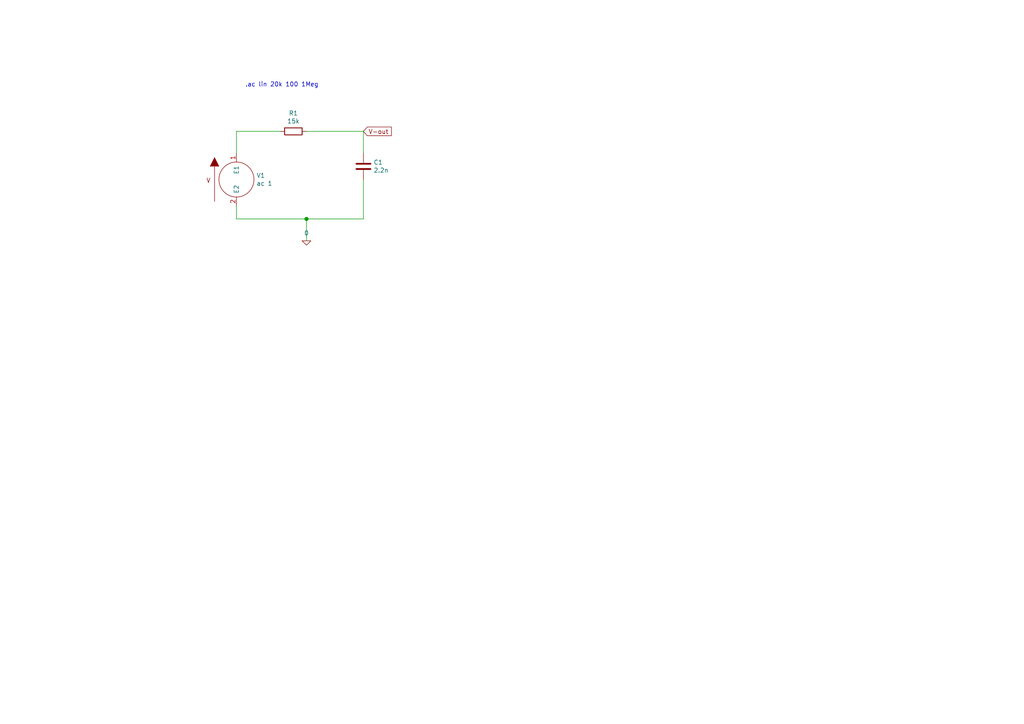
<source format=kicad_sch>
(kicad_sch (version 20211123) (generator eeschema)
  (paper "A4")
  (lib_symbols
    (symbol "Low-Pass-Filter-rescue:0-pspice" (power) (pin_names (offset 0))
      (property "Value" "0-pspice" (at 0 -1.778 0))
      (symbol "0-pspice_0_1"
        (polyline (pts (xy -1.27 0) (xy 0 -1.27) (xy 1.27 0) (xy -1.27 0)))
      )
      (symbol "0-pspice_1_1"
        (pin power_in line (at 0 0 0) (length 0) hide (name "0") (number "1"))
      )
    )
    (symbol "Low-Pass-Filter-rescue:C-Device" (pin_numbers hide) (pin_names (offset 0.254))
      (property "Reference" "C" (at 0.635 2.54 0))
      (property "Value" "C-Device" (at 0.635 -2.54 0))
      (symbol "C-Device_0_1"
        (polyline (pts (xy -2.032 -0.762) (xy 2.032 -0.762)) (stroke (width 0.508)))
        (polyline (pts (xy -2.032 0.762) (xy 2.032 0.762)) (stroke (width 0.508)))
      )
      (symbol "C-Device_1_1"
        (pin passive line (at 0 3.81 270) (length 2.794) (name "~") (number "1"))
        (pin passive line (at 0 -3.81 90) (length 2.794) (name "~") (number "2"))
      )
    )
    (symbol "Low-Pass-Filter-rescue:R-Device" (pin_numbers hide) (pin_names (offset 0))
      (property "Reference" "R" (at 2.032 0 90))
      (property "Value" "R-Device" (at 0 0 90))
      (symbol "R-Device_0_1"
        (rectangle (start -1.016 -2.54) (end 1.016 2.54) (stroke (width 0.254)))
      )
      (symbol "R-Device_1_1"
        (pin passive line (at 0 3.81 270) (length 1.27) (name "~") (number "1"))
        (pin passive line (at 0 -3.81 90) (length 1.27) (name "~") (number "2"))
      )
    )
    (symbol "Low-Pass-Filter-rescue:VSOURCE-pspice" (pin_names (offset 1.016))
      (property "Reference" "V" (at -6.35 7.62 0))
      (property "Value" "VSOURCE-pspice" (at 0 0 0))
      (symbol "VSOURCE-pspice_0_1"
        (polyline (pts (xy -6.35 -6.35) (xy -6.35 3.81)) (fill (type outline)))
        (polyline (pts (xy -7.62 3.81) (xy -6.35 6.35) (xy -5.08 3.81)) (fill (type outline)))
        (circle (center 0 0) (radius 5.08))
        (text "V" (at -8.128 -0.254 0) (effects (font (size 1.27 1.27))))
      )
      (symbol "VSOURCE-pspice_1_1"
        (pin input line (at 0 7.62 270) (length 2.54) (name "E1") (number "1"))
        (pin input line (at 0 -7.62 90) (length 2.54) (name "E2") (number "2"))
      )
    )
  )
  (junction (at 88.9 63.5) (diameter 1.016))
  (wire (pts (xy 88.9 69.85) (xy 88.9 63.5)))
  (wire (pts (xy 68.58 38.1) (xy 81.28 38.1)))
  (wire (pts (xy 88.9 63.5) (xy 105.41 63.5)))
  (wire (pts (xy 105.41 63.5) (xy 105.41 52.07)))
  (wire (pts (xy 105.41 38.1) (xy 105.41 44.45)))
  (wire (pts (xy 68.58 59.69) (xy 68.58 63.5)))
  (wire (pts (xy 68.58 63.5) (xy 88.9 63.5)))
  (wire (pts (xy 68.58 44.45) (xy 68.58 38.1)))
  (wire (pts (xy 88.9 38.1) (xy 105.41 38.1)))
  (text ".ac lin 20k 100 1Meg" (at 71.12 25.4 0) (effects (font (size 1.27 1.27)) (justify left bottom)))
  (global_label "V-out" (shape input) (at 105.41 38.1 0) (property "Intersheet References" "${INTERSHEET_REFS}" (effects hide)))
  (symbol (lib_id "Low-Pass-Filter-rescue:VSOURCE-pspice") (at 68.58 52.07 0) (unit 1)
    (property "Reference" "V1" (at 74.3712 50.9016 0) (effects (justify left)))
    (property "Value" "ac 1" (at 74.3712 53.213 0) (effects (justify left)))
  )
  (symbol (lib_id "Low-Pass-Filter-rescue:R-Device") (at 85.09 38.1 270) (unit 1)
    (property "Reference" "R1" (at 85.09 32.8422 90))
    (property "Value" "15k" (at 85.09 35.1536 90))
  )
  (symbol (lib_id "Low-Pass-Filter-rescue:C-Device") (at 105.41 48.26 180) (unit 1)
    (property "Reference" "C1" (at 108.331 47.0916 0) (effects (justify right)))
    (property "Value" "2.2n" (at 108.331 49.403 0) (effects (justify right)))
  )
  (symbol (lib_id "Low-Pass-Filter-rescue:0-pspice") (at 88.9 69.85 0) (unit 1)
    (property "Reference" "#GND01" (effects hide))
    (property "Value" "0" (at 88.9 67.5894 0))
  )
)
</source>
